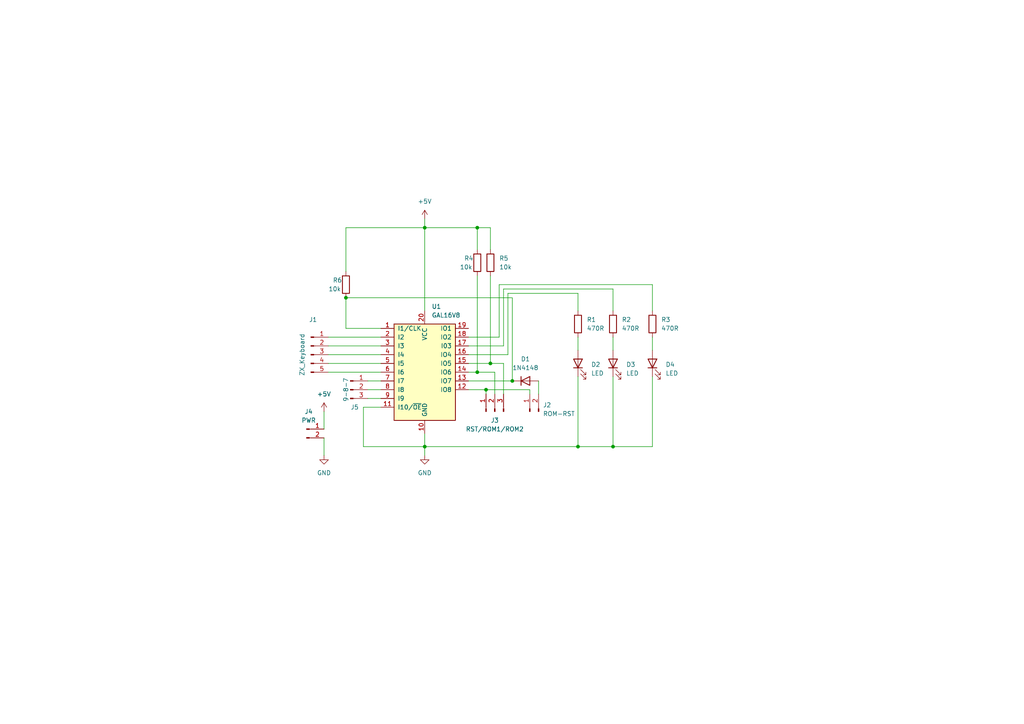
<source format=kicad_sch>
(kicad_sch (version 20211123) (generator eeschema)

  (uuid e63e39d7-6ac0-4ffd-8aa3-1841a4541b55)

  (paper "A4")

  (lib_symbols
    (symbol "Connector:Conn_01x02_Male" (pin_names (offset 1.016) hide) (in_bom yes) (on_board yes)
      (property "Reference" "J" (id 0) (at 0 2.54 0)
        (effects (font (size 1.27 1.27)))
      )
      (property "Value" "Conn_01x02_Male" (id 1) (at 0 -5.08 0)
        (effects (font (size 1.27 1.27)))
      )
      (property "Footprint" "" (id 2) (at 0 0 0)
        (effects (font (size 1.27 1.27)) hide)
      )
      (property "Datasheet" "~" (id 3) (at 0 0 0)
        (effects (font (size 1.27 1.27)) hide)
      )
      (property "ki_keywords" "connector" (id 4) (at 0 0 0)
        (effects (font (size 1.27 1.27)) hide)
      )
      (property "ki_description" "Generic connector, single row, 01x02, script generated (kicad-library-utils/schlib/autogen/connector/)" (id 5) (at 0 0 0)
        (effects (font (size 1.27 1.27)) hide)
      )
      (property "ki_fp_filters" "Connector*:*_1x??_*" (id 6) (at 0 0 0)
        (effects (font (size 1.27 1.27)) hide)
      )
      (symbol "Conn_01x02_Male_1_1"
        (polyline
          (pts
            (xy 1.27 -2.54)
            (xy 0.8636 -2.54)
          )
          (stroke (width 0.1524) (type default) (color 0 0 0 0))
          (fill (type none))
        )
        (polyline
          (pts
            (xy 1.27 0)
            (xy 0.8636 0)
          )
          (stroke (width 0.1524) (type default) (color 0 0 0 0))
          (fill (type none))
        )
        (rectangle (start 0.8636 -2.413) (end 0 -2.667)
          (stroke (width 0.1524) (type default) (color 0 0 0 0))
          (fill (type outline))
        )
        (rectangle (start 0.8636 0.127) (end 0 -0.127)
          (stroke (width 0.1524) (type default) (color 0 0 0 0))
          (fill (type outline))
        )
        (pin passive line (at 5.08 0 180) (length 3.81)
          (name "Pin_1" (effects (font (size 1.27 1.27))))
          (number "1" (effects (font (size 1.27 1.27))))
        )
        (pin passive line (at 5.08 -2.54 180) (length 3.81)
          (name "Pin_2" (effects (font (size 1.27 1.27))))
          (number "2" (effects (font (size 1.27 1.27))))
        )
      )
    )
    (symbol "Connector:Conn_01x03_Male" (pin_names (offset 1.016) hide) (in_bom yes) (on_board yes)
      (property "Reference" "J" (id 0) (at 0 5.08 0)
        (effects (font (size 1.27 1.27)))
      )
      (property "Value" "Conn_01x03_Male" (id 1) (at 0 -5.08 0)
        (effects (font (size 1.27 1.27)))
      )
      (property "Footprint" "" (id 2) (at 0 0 0)
        (effects (font (size 1.27 1.27)) hide)
      )
      (property "Datasheet" "~" (id 3) (at 0 0 0)
        (effects (font (size 1.27 1.27)) hide)
      )
      (property "ki_keywords" "connector" (id 4) (at 0 0 0)
        (effects (font (size 1.27 1.27)) hide)
      )
      (property "ki_description" "Generic connector, single row, 01x03, script generated (kicad-library-utils/schlib/autogen/connector/)" (id 5) (at 0 0 0)
        (effects (font (size 1.27 1.27)) hide)
      )
      (property "ki_fp_filters" "Connector*:*_1x??_*" (id 6) (at 0 0 0)
        (effects (font (size 1.27 1.27)) hide)
      )
      (symbol "Conn_01x03_Male_1_1"
        (polyline
          (pts
            (xy 1.27 -2.54)
            (xy 0.8636 -2.54)
          )
          (stroke (width 0.1524) (type default) (color 0 0 0 0))
          (fill (type none))
        )
        (polyline
          (pts
            (xy 1.27 0)
            (xy 0.8636 0)
          )
          (stroke (width 0.1524) (type default) (color 0 0 0 0))
          (fill (type none))
        )
        (polyline
          (pts
            (xy 1.27 2.54)
            (xy 0.8636 2.54)
          )
          (stroke (width 0.1524) (type default) (color 0 0 0 0))
          (fill (type none))
        )
        (rectangle (start 0.8636 -2.413) (end 0 -2.667)
          (stroke (width 0.1524) (type default) (color 0 0 0 0))
          (fill (type outline))
        )
        (rectangle (start 0.8636 0.127) (end 0 -0.127)
          (stroke (width 0.1524) (type default) (color 0 0 0 0))
          (fill (type outline))
        )
        (rectangle (start 0.8636 2.667) (end 0 2.413)
          (stroke (width 0.1524) (type default) (color 0 0 0 0))
          (fill (type outline))
        )
        (pin passive line (at 5.08 2.54 180) (length 3.81)
          (name "Pin_1" (effects (font (size 1.27 1.27))))
          (number "1" (effects (font (size 1.27 1.27))))
        )
        (pin passive line (at 5.08 0 180) (length 3.81)
          (name "Pin_2" (effects (font (size 1.27 1.27))))
          (number "2" (effects (font (size 1.27 1.27))))
        )
        (pin passive line (at 5.08 -2.54 180) (length 3.81)
          (name "Pin_3" (effects (font (size 1.27 1.27))))
          (number "3" (effects (font (size 1.27 1.27))))
        )
      )
    )
    (symbol "Connector:Conn_01x05_Male" (pin_names (offset 1.016) hide) (in_bom yes) (on_board yes)
      (property "Reference" "J" (id 0) (at 0 7.62 0)
        (effects (font (size 1.27 1.27)))
      )
      (property "Value" "Conn_01x05_Male" (id 1) (at 0 -7.62 0)
        (effects (font (size 1.27 1.27)))
      )
      (property "Footprint" "" (id 2) (at 0 0 0)
        (effects (font (size 1.27 1.27)) hide)
      )
      (property "Datasheet" "~" (id 3) (at 0 0 0)
        (effects (font (size 1.27 1.27)) hide)
      )
      (property "ki_keywords" "connector" (id 4) (at 0 0 0)
        (effects (font (size 1.27 1.27)) hide)
      )
      (property "ki_description" "Generic connector, single row, 01x05, script generated (kicad-library-utils/schlib/autogen/connector/)" (id 5) (at 0 0 0)
        (effects (font (size 1.27 1.27)) hide)
      )
      (property "ki_fp_filters" "Connector*:*_1x??_*" (id 6) (at 0 0 0)
        (effects (font (size 1.27 1.27)) hide)
      )
      (symbol "Conn_01x05_Male_1_1"
        (polyline
          (pts
            (xy 1.27 -5.08)
            (xy 0.8636 -5.08)
          )
          (stroke (width 0.1524) (type default) (color 0 0 0 0))
          (fill (type none))
        )
        (polyline
          (pts
            (xy 1.27 -2.54)
            (xy 0.8636 -2.54)
          )
          (stroke (width 0.1524) (type default) (color 0 0 0 0))
          (fill (type none))
        )
        (polyline
          (pts
            (xy 1.27 0)
            (xy 0.8636 0)
          )
          (stroke (width 0.1524) (type default) (color 0 0 0 0))
          (fill (type none))
        )
        (polyline
          (pts
            (xy 1.27 2.54)
            (xy 0.8636 2.54)
          )
          (stroke (width 0.1524) (type default) (color 0 0 0 0))
          (fill (type none))
        )
        (polyline
          (pts
            (xy 1.27 5.08)
            (xy 0.8636 5.08)
          )
          (stroke (width 0.1524) (type default) (color 0 0 0 0))
          (fill (type none))
        )
        (rectangle (start 0.8636 -4.953) (end 0 -5.207)
          (stroke (width 0.1524) (type default) (color 0 0 0 0))
          (fill (type outline))
        )
        (rectangle (start 0.8636 -2.413) (end 0 -2.667)
          (stroke (width 0.1524) (type default) (color 0 0 0 0))
          (fill (type outline))
        )
        (rectangle (start 0.8636 0.127) (end 0 -0.127)
          (stroke (width 0.1524) (type default) (color 0 0 0 0))
          (fill (type outline))
        )
        (rectangle (start 0.8636 2.667) (end 0 2.413)
          (stroke (width 0.1524) (type default) (color 0 0 0 0))
          (fill (type outline))
        )
        (rectangle (start 0.8636 5.207) (end 0 4.953)
          (stroke (width 0.1524) (type default) (color 0 0 0 0))
          (fill (type outline))
        )
        (pin passive line (at 5.08 5.08 180) (length 3.81)
          (name "Pin_1" (effects (font (size 1.27 1.27))))
          (number "1" (effects (font (size 1.27 1.27))))
        )
        (pin passive line (at 5.08 2.54 180) (length 3.81)
          (name "Pin_2" (effects (font (size 1.27 1.27))))
          (number "2" (effects (font (size 1.27 1.27))))
        )
        (pin passive line (at 5.08 0 180) (length 3.81)
          (name "Pin_3" (effects (font (size 1.27 1.27))))
          (number "3" (effects (font (size 1.27 1.27))))
        )
        (pin passive line (at 5.08 -2.54 180) (length 3.81)
          (name "Pin_4" (effects (font (size 1.27 1.27))))
          (number "4" (effects (font (size 1.27 1.27))))
        )
        (pin passive line (at 5.08 -5.08 180) (length 3.81)
          (name "Pin_5" (effects (font (size 1.27 1.27))))
          (number "5" (effects (font (size 1.27 1.27))))
        )
      )
    )
    (symbol "Device:LED" (pin_numbers hide) (pin_names (offset 1.016) hide) (in_bom yes) (on_board yes)
      (property "Reference" "D" (id 0) (at 0 2.54 0)
        (effects (font (size 1.27 1.27)))
      )
      (property "Value" "LED" (id 1) (at 0 -2.54 0)
        (effects (font (size 1.27 1.27)))
      )
      (property "Footprint" "" (id 2) (at 0 0 0)
        (effects (font (size 1.27 1.27)) hide)
      )
      (property "Datasheet" "~" (id 3) (at 0 0 0)
        (effects (font (size 1.27 1.27)) hide)
      )
      (property "ki_keywords" "LED diode" (id 4) (at 0 0 0)
        (effects (font (size 1.27 1.27)) hide)
      )
      (property "ki_description" "Light emitting diode" (id 5) (at 0 0 0)
        (effects (font (size 1.27 1.27)) hide)
      )
      (property "ki_fp_filters" "LED* LED_SMD:* LED_THT:*" (id 6) (at 0 0 0)
        (effects (font (size 1.27 1.27)) hide)
      )
      (symbol "LED_0_1"
        (polyline
          (pts
            (xy -1.27 -1.27)
            (xy -1.27 1.27)
          )
          (stroke (width 0.254) (type default) (color 0 0 0 0))
          (fill (type none))
        )
        (polyline
          (pts
            (xy -1.27 0)
            (xy 1.27 0)
          )
          (stroke (width 0) (type default) (color 0 0 0 0))
          (fill (type none))
        )
        (polyline
          (pts
            (xy 1.27 -1.27)
            (xy 1.27 1.27)
            (xy -1.27 0)
            (xy 1.27 -1.27)
          )
          (stroke (width 0.254) (type default) (color 0 0 0 0))
          (fill (type none))
        )
        (polyline
          (pts
            (xy -3.048 -0.762)
            (xy -4.572 -2.286)
            (xy -3.81 -2.286)
            (xy -4.572 -2.286)
            (xy -4.572 -1.524)
          )
          (stroke (width 0) (type default) (color 0 0 0 0))
          (fill (type none))
        )
        (polyline
          (pts
            (xy -1.778 -0.762)
            (xy -3.302 -2.286)
            (xy -2.54 -2.286)
            (xy -3.302 -2.286)
            (xy -3.302 -1.524)
          )
          (stroke (width 0) (type default) (color 0 0 0 0))
          (fill (type none))
        )
      )
      (symbol "LED_1_1"
        (pin passive line (at -3.81 0 0) (length 2.54)
          (name "K" (effects (font (size 1.27 1.27))))
          (number "1" (effects (font (size 1.27 1.27))))
        )
        (pin passive line (at 3.81 0 180) (length 2.54)
          (name "A" (effects (font (size 1.27 1.27))))
          (number "2" (effects (font (size 1.27 1.27))))
        )
      )
    )
    (symbol "Device:R" (pin_numbers hide) (pin_names (offset 0)) (in_bom yes) (on_board yes)
      (property "Reference" "R" (id 0) (at 2.032 0 90)
        (effects (font (size 1.27 1.27)))
      )
      (property "Value" "R" (id 1) (at 0 0 90)
        (effects (font (size 1.27 1.27)))
      )
      (property "Footprint" "" (id 2) (at -1.778 0 90)
        (effects (font (size 1.27 1.27)) hide)
      )
      (property "Datasheet" "~" (id 3) (at 0 0 0)
        (effects (font (size 1.27 1.27)) hide)
      )
      (property "ki_keywords" "R res resistor" (id 4) (at 0 0 0)
        (effects (font (size 1.27 1.27)) hide)
      )
      (property "ki_description" "Resistor" (id 5) (at 0 0 0)
        (effects (font (size 1.27 1.27)) hide)
      )
      (property "ki_fp_filters" "R_*" (id 6) (at 0 0 0)
        (effects (font (size 1.27 1.27)) hide)
      )
      (symbol "R_0_1"
        (rectangle (start -1.016 -2.54) (end 1.016 2.54)
          (stroke (width 0.254) (type default) (color 0 0 0 0))
          (fill (type none))
        )
      )
      (symbol "R_1_1"
        (pin passive line (at 0 3.81 270) (length 1.27)
          (name "~" (effects (font (size 1.27 1.27))))
          (number "1" (effects (font (size 1.27 1.27))))
        )
        (pin passive line (at 0 -3.81 90) (length 1.27)
          (name "~" (effects (font (size 1.27 1.27))))
          (number "2" (effects (font (size 1.27 1.27))))
        )
      )
    )
    (symbol "Diode:1N4148" (pin_numbers hide) (pin_names (offset 1.016) hide) (in_bom yes) (on_board yes)
      (property "Reference" "D" (id 0) (at 0 2.54 0)
        (effects (font (size 1.27 1.27)))
      )
      (property "Value" "1N4148" (id 1) (at 0 -2.54 0)
        (effects (font (size 1.27 1.27)))
      )
      (property "Footprint" "Diode_THT:D_DO-35_SOD27_P7.62mm_Horizontal" (id 2) (at 0 -4.445 0)
        (effects (font (size 1.27 1.27)) hide)
      )
      (property "Datasheet" "https://assets.nexperia.com/documents/data-sheet/1N4148_1N4448.pdf" (id 3) (at 0 0 0)
        (effects (font (size 1.27 1.27)) hide)
      )
      (property "ki_keywords" "diode" (id 4) (at 0 0 0)
        (effects (font (size 1.27 1.27)) hide)
      )
      (property "ki_description" "100V 0.15A standard switching diode, DO-35" (id 5) (at 0 0 0)
        (effects (font (size 1.27 1.27)) hide)
      )
      (property "ki_fp_filters" "D*DO?35*" (id 6) (at 0 0 0)
        (effects (font (size 1.27 1.27)) hide)
      )
      (symbol "1N4148_0_1"
        (polyline
          (pts
            (xy -1.27 1.27)
            (xy -1.27 -1.27)
          )
          (stroke (width 0.254) (type default) (color 0 0 0 0))
          (fill (type none))
        )
        (polyline
          (pts
            (xy 1.27 0)
            (xy -1.27 0)
          )
          (stroke (width 0) (type default) (color 0 0 0 0))
          (fill (type none))
        )
        (polyline
          (pts
            (xy 1.27 1.27)
            (xy 1.27 -1.27)
            (xy -1.27 0)
            (xy 1.27 1.27)
          )
          (stroke (width 0.254) (type default) (color 0 0 0 0))
          (fill (type none))
        )
      )
      (symbol "1N4148_1_1"
        (pin passive line (at -3.81 0 0) (length 2.54)
          (name "K" (effects (font (size 1.27 1.27))))
          (number "1" (effects (font (size 1.27 1.27))))
        )
        (pin passive line (at 3.81 0 180) (length 2.54)
          (name "A" (effects (font (size 1.27 1.27))))
          (number "2" (effects (font (size 1.27 1.27))))
        )
      )
    )
    (symbol "Logic_Programmable:GAL16V8" (pin_names (offset 1.016)) (in_bom yes) (on_board yes)
      (property "Reference" "U" (id 0) (at -8.89 16.51 0)
        (effects (font (size 1.27 1.27)) (justify left))
      )
      (property "Value" "GAL16V8" (id 1) (at 1.27 16.51 0)
        (effects (font (size 1.27 1.27)) (justify left))
      )
      (property "Footprint" "" (id 2) (at 0 0 0)
        (effects (font (size 1.27 1.27)) hide)
      )
      (property "Datasheet" "" (id 3) (at 0 0 0)
        (effects (font (size 1.27 1.27)) hide)
      )
      (property "ki_keywords" "GAL PLD 16V8" (id 4) (at 0 0 0)
        (effects (font (size 1.27 1.27)) hide)
      )
      (property "ki_description" "Programmable Logic Array, DIP-20/SOIC-20/PLCC-20" (id 5) (at 0 0 0)
        (effects (font (size 1.27 1.27)) hide)
      )
      (property "ki_fp_filters" "DIP* PDIP* SOIC* SO* PLCC*" (id 6) (at 0 0 0)
        (effects (font (size 1.27 1.27)) hide)
      )
      (symbol "GAL16V8_0_0"
        (pin power_in line (at 0 -17.78 90) (length 3.81)
          (name "GND" (effects (font (size 1.27 1.27))))
          (number "10" (effects (font (size 1.27 1.27))))
        )
        (pin power_in line (at 0 17.78 270) (length 3.81)
          (name "VCC" (effects (font (size 1.27 1.27))))
          (number "20" (effects (font (size 1.27 1.27))))
        )
      )
      (symbol "GAL16V8_0_1"
        (rectangle (start -8.89 13.97) (end 8.89 -13.97)
          (stroke (width 0.254) (type default) (color 0 0 0 0))
          (fill (type background))
        )
      )
      (symbol "GAL16V8_1_1"
        (pin input line (at -12.7 12.7 0) (length 3.81)
          (name "I1/CLK" (effects (font (size 1.27 1.27))))
          (number "1" (effects (font (size 1.27 1.27))))
        )
        (pin input line (at -12.7 -10.16 0) (length 3.81)
          (name "I10/~{OE}" (effects (font (size 1.27 1.27))))
          (number "11" (effects (font (size 1.27 1.27))))
        )
        (pin tri_state line (at 12.7 -5.08 180) (length 3.81)
          (name "IO8" (effects (font (size 1.27 1.27))))
          (number "12" (effects (font (size 1.27 1.27))))
        )
        (pin tri_state line (at 12.7 -2.54 180) (length 3.81)
          (name "IO7" (effects (font (size 1.27 1.27))))
          (number "13" (effects (font (size 1.27 1.27))))
        )
        (pin tri_state line (at 12.7 0 180) (length 3.81)
          (name "IO6" (effects (font (size 1.27 1.27))))
          (number "14" (effects (font (size 1.27 1.27))))
        )
        (pin tri_state line (at 12.7 2.54 180) (length 3.81)
          (name "IO5" (effects (font (size 1.27 1.27))))
          (number "15" (effects (font (size 1.27 1.27))))
        )
        (pin tri_state line (at 12.7 5.08 180) (length 3.81)
          (name "IO4" (effects (font (size 1.27 1.27))))
          (number "16" (effects (font (size 1.27 1.27))))
        )
        (pin tri_state line (at 12.7 7.62 180) (length 3.81)
          (name "I03" (effects (font (size 1.27 1.27))))
          (number "17" (effects (font (size 1.27 1.27))))
        )
        (pin tri_state line (at 12.7 10.16 180) (length 3.81)
          (name "IO2" (effects (font (size 1.27 1.27))))
          (number "18" (effects (font (size 1.27 1.27))))
        )
        (pin tri_state line (at 12.7 12.7 180) (length 3.81)
          (name "IO1" (effects (font (size 1.27 1.27))))
          (number "19" (effects (font (size 1.27 1.27))))
        )
        (pin input line (at -12.7 10.16 0) (length 3.81)
          (name "I2" (effects (font (size 1.27 1.27))))
          (number "2" (effects (font (size 1.27 1.27))))
        )
        (pin input line (at -12.7 7.62 0) (length 3.81)
          (name "I3" (effects (font (size 1.27 1.27))))
          (number "3" (effects (font (size 1.27 1.27))))
        )
        (pin input line (at -12.7 5.08 0) (length 3.81)
          (name "I4" (effects (font (size 1.27 1.27))))
          (number "4" (effects (font (size 1.27 1.27))))
        )
        (pin input line (at -12.7 2.54 0) (length 3.81)
          (name "I5" (effects (font (size 1.27 1.27))))
          (number "5" (effects (font (size 1.27 1.27))))
        )
        (pin input line (at -12.7 0 0) (length 3.81)
          (name "I6" (effects (font (size 1.27 1.27))))
          (number "6" (effects (font (size 1.27 1.27))))
        )
        (pin input line (at -12.7 -2.54 0) (length 3.81)
          (name "I7" (effects (font (size 1.27 1.27))))
          (number "7" (effects (font (size 1.27 1.27))))
        )
        (pin input line (at -12.7 -5.08 0) (length 3.81)
          (name "I8" (effects (font (size 1.27 1.27))))
          (number "8" (effects (font (size 1.27 1.27))))
        )
        (pin input line (at -12.7 -7.62 0) (length 3.81)
          (name "I9" (effects (font (size 1.27 1.27))))
          (number "9" (effects (font (size 1.27 1.27))))
        )
      )
    )
    (symbol "power:+5V" (power) (pin_names (offset 0)) (in_bom yes) (on_board yes)
      (property "Reference" "#PWR" (id 0) (at 0 -3.81 0)
        (effects (font (size 1.27 1.27)) hide)
      )
      (property "Value" "+5V" (id 1) (at 0 3.556 0)
        (effects (font (size 1.27 1.27)))
      )
      (property "Footprint" "" (id 2) (at 0 0 0)
        (effects (font (size 1.27 1.27)) hide)
      )
      (property "Datasheet" "" (id 3) (at 0 0 0)
        (effects (font (size 1.27 1.27)) hide)
      )
      (property "ki_keywords" "power-flag" (id 4) (at 0 0 0)
        (effects (font (size 1.27 1.27)) hide)
      )
      (property "ki_description" "Power symbol creates a global label with name \"+5V\"" (id 5) (at 0 0 0)
        (effects (font (size 1.27 1.27)) hide)
      )
      (symbol "+5V_0_1"
        (polyline
          (pts
            (xy -0.762 1.27)
            (xy 0 2.54)
          )
          (stroke (width 0) (type default) (color 0 0 0 0))
          (fill (type none))
        )
        (polyline
          (pts
            (xy 0 0)
            (xy 0 2.54)
          )
          (stroke (width 0) (type default) (color 0 0 0 0))
          (fill (type none))
        )
        (polyline
          (pts
            (xy 0 2.54)
            (xy 0.762 1.27)
          )
          (stroke (width 0) (type default) (color 0 0 0 0))
          (fill (type none))
        )
      )
      (symbol "+5V_1_1"
        (pin power_in line (at 0 0 90) (length 0) hide
          (name "+5V" (effects (font (size 1.27 1.27))))
          (number "1" (effects (font (size 1.27 1.27))))
        )
      )
    )
    (symbol "power:GND" (power) (pin_names (offset 0)) (in_bom yes) (on_board yes)
      (property "Reference" "#PWR" (id 0) (at 0 -6.35 0)
        (effects (font (size 1.27 1.27)) hide)
      )
      (property "Value" "GND" (id 1) (at 0 -3.81 0)
        (effects (font (size 1.27 1.27)))
      )
      (property "Footprint" "" (id 2) (at 0 0 0)
        (effects (font (size 1.27 1.27)) hide)
      )
      (property "Datasheet" "" (id 3) (at 0 0 0)
        (effects (font (size 1.27 1.27)) hide)
      )
      (property "ki_keywords" "power-flag" (id 4) (at 0 0 0)
        (effects (font (size 1.27 1.27)) hide)
      )
      (property "ki_description" "Power symbol creates a global label with name \"GND\" , ground" (id 5) (at 0 0 0)
        (effects (font (size 1.27 1.27)) hide)
      )
      (symbol "GND_0_1"
        (polyline
          (pts
            (xy 0 0)
            (xy 0 -1.27)
            (xy 1.27 -1.27)
            (xy 0 -2.54)
            (xy -1.27 -1.27)
            (xy 0 -1.27)
          )
          (stroke (width 0) (type default) (color 0 0 0 0))
          (fill (type none))
        )
      )
      (symbol "GND_1_1"
        (pin power_in line (at 0 0 270) (length 0) hide
          (name "GND" (effects (font (size 1.27 1.27))))
          (number "1" (effects (font (size 1.27 1.27))))
        )
      )
    )
  )

  (junction (at 177.8 129.54) (diameter 0) (color 0 0 0 0)
    (uuid 00773a9a-9a81-4842-b951-97cbf18034c9)
  )
  (junction (at 123.19 129.54) (diameter 0) (color 0 0 0 0)
    (uuid 025a714a-790c-4d72-9c79-d36922653cd3)
  )
  (junction (at 138.43 107.95) (diameter 0) (color 0 0 0 0)
    (uuid 27c46300-6610-4240-b8f5-35a00c03dfc8)
  )
  (junction (at 142.24 105.41) (diameter 0) (color 0 0 0 0)
    (uuid 36988320-8868-4a6e-a2dd-fc9035bdb81d)
  )
  (junction (at 140.97 113.03) (diameter 0) (color 0 0 0 0)
    (uuid 4cff5ac5-cbf0-48c5-997a-f46c9368d93f)
  )
  (junction (at 138.43 66.04) (diameter 0) (color 0 0 0 0)
    (uuid 678c45db-2cf4-4c7f-8d0f-a3a2455c7df2)
  )
  (junction (at 167.64 129.54) (diameter 0) (color 0 0 0 0)
    (uuid 97960853-8e6b-4aeb-8d62-9dc2e6507c16)
  )
  (junction (at 148.59 110.49) (diameter 0) (color 0 0 0 0)
    (uuid 9b808723-ac07-4bbd-afae-29dd0baa37a7)
  )
  (junction (at 100.33 86.36) (diameter 0) (color 0 0 0 0)
    (uuid e41140fe-d67c-4f6a-858f-8ea11a919763)
  )
  (junction (at 123.19 66.04) (diameter 0) (color 0 0 0 0)
    (uuid e58f19bd-e81d-4319-afb2-d12804c7cfe4)
  )

  (wire (pts (xy 123.19 63.5) (xy 123.19 66.04))
    (stroke (width 0) (type default) (color 0 0 0 0))
    (uuid 03e8e784-6c2b-43b5-8424-01c185dfa0cf)
  )
  (wire (pts (xy 146.05 105.41) (xy 142.24 105.41))
    (stroke (width 0) (type default) (color 0 0 0 0))
    (uuid 05612c58-5b8b-485f-88e4-c7ea1f81c5c0)
  )
  (wire (pts (xy 100.33 66.04) (xy 123.19 66.04))
    (stroke (width 0) (type default) (color 0 0 0 0))
    (uuid 056a4a01-174c-40f5-a84d-98d3a8ec2909)
  )
  (wire (pts (xy 177.8 129.54) (xy 167.64 129.54))
    (stroke (width 0) (type default) (color 0 0 0 0))
    (uuid 0fce34d3-c3f8-44e1-8b3d-a56a48051210)
  )
  (wire (pts (xy 142.24 80.01) (xy 142.24 105.41))
    (stroke (width 0) (type default) (color 0 0 0 0))
    (uuid 14ebcb62-538c-4ac8-9560-a4d05477b81b)
  )
  (wire (pts (xy 177.8 109.22) (xy 177.8 129.54))
    (stroke (width 0) (type default) (color 0 0 0 0))
    (uuid 1938bd79-cf51-4dfe-a88c-9e82059bc71f)
  )
  (wire (pts (xy 105.41 129.54) (xy 123.19 129.54))
    (stroke (width 0) (type default) (color 0 0 0 0))
    (uuid 2043b267-db8a-4b79-b1f7-3bae19480de4)
  )
  (wire (pts (xy 148.59 86.36) (xy 100.33 86.36))
    (stroke (width 0) (type default) (color 0 0 0 0))
    (uuid 257048c0-1e2f-4778-a6f8-d1bab16da7e3)
  )
  (wire (pts (xy 147.32 85.09) (xy 167.64 85.09))
    (stroke (width 0) (type default) (color 0 0 0 0))
    (uuid 2a3bb3fd-17f6-43cd-bddb-fd49c8d39b7f)
  )
  (wire (pts (xy 144.78 97.79) (xy 144.78 82.55))
    (stroke (width 0) (type default) (color 0 0 0 0))
    (uuid 2b43ab80-f1f6-4142-95ce-9ba6dd8ef112)
  )
  (wire (pts (xy 135.89 113.03) (xy 140.97 113.03))
    (stroke (width 0) (type default) (color 0 0 0 0))
    (uuid 2dced69f-e9e4-44ce-b925-0a4102b546fa)
  )
  (wire (pts (xy 167.64 129.54) (xy 123.19 129.54))
    (stroke (width 0) (type default) (color 0 0 0 0))
    (uuid 2f798175-8989-4dda-896f-fe798f05a446)
  )
  (wire (pts (xy 138.43 66.04) (xy 123.19 66.04))
    (stroke (width 0) (type default) (color 0 0 0 0))
    (uuid 33145509-908f-47f5-b099-cddda6abe57a)
  )
  (wire (pts (xy 100.33 78.74) (xy 100.33 66.04))
    (stroke (width 0) (type default) (color 0 0 0 0))
    (uuid 386b91c8-18da-47c2-8229-b8cda71051a6)
  )
  (wire (pts (xy 123.19 66.04) (xy 123.19 90.17))
    (stroke (width 0) (type default) (color 0 0 0 0))
    (uuid 3a6d0be2-b566-4898-87bc-a70d59ec42ae)
  )
  (wire (pts (xy 138.43 107.95) (xy 135.89 107.95))
    (stroke (width 0) (type default) (color 0 0 0 0))
    (uuid 418ccc73-00b6-4acf-88e5-3aa672fd4221)
  )
  (wire (pts (xy 93.98 119.38) (xy 93.98 124.46))
    (stroke (width 0) (type default) (color 0 0 0 0))
    (uuid 4707d8f5-3f04-4eb6-a3e6-8aed8b51bc80)
  )
  (wire (pts (xy 123.19 129.54) (xy 123.19 132.08))
    (stroke (width 0) (type default) (color 0 0 0 0))
    (uuid 4e5af460-8e00-4d79-a4be-f9bc398acbba)
  )
  (wire (pts (xy 95.25 102.87) (xy 110.49 102.87))
    (stroke (width 0) (type default) (color 0 0 0 0))
    (uuid 549a3e10-7354-4b03-8fe6-219e957664b6)
  )
  (wire (pts (xy 135.89 110.49) (xy 148.59 110.49))
    (stroke (width 0) (type default) (color 0 0 0 0))
    (uuid 5aa11580-6249-40fe-8524-d480b0fa7d11)
  )
  (wire (pts (xy 95.25 105.41) (xy 110.49 105.41))
    (stroke (width 0) (type default) (color 0 0 0 0))
    (uuid 5e7a6cf2-e627-4713-ab9d-ac78b86bb95a)
  )
  (wire (pts (xy 135.89 97.79) (xy 144.78 97.79))
    (stroke (width 0) (type default) (color 0 0 0 0))
    (uuid 699112f1-3dff-4a3a-94ad-c15a61dd564a)
  )
  (wire (pts (xy 143.51 114.3) (xy 143.51 107.95))
    (stroke (width 0) (type default) (color 0 0 0 0))
    (uuid 6a3ddb41-5f61-4165-8b82-c11c5c58c631)
  )
  (wire (pts (xy 105.41 118.11) (xy 105.41 129.54))
    (stroke (width 0) (type default) (color 0 0 0 0))
    (uuid 6b505da7-0050-41a5-9401-9da96a9e9675)
  )
  (wire (pts (xy 95.25 100.33) (xy 110.49 100.33))
    (stroke (width 0) (type default) (color 0 0 0 0))
    (uuid 6db38a71-2a36-4c8d-a524-7a1693a736f3)
  )
  (wire (pts (xy 95.25 107.95) (xy 110.49 107.95))
    (stroke (width 0) (type default) (color 0 0 0 0))
    (uuid 6f27c0c5-c6b5-4507-826e-2ed20695238f)
  )
  (wire (pts (xy 142.24 105.41) (xy 135.89 105.41))
    (stroke (width 0) (type default) (color 0 0 0 0))
    (uuid 71a3dcfc-a199-49e9-9048-9a755e3432d9)
  )
  (wire (pts (xy 167.64 97.79) (xy 167.64 101.6))
    (stroke (width 0) (type default) (color 0 0 0 0))
    (uuid 732ddec4-0f30-4ff7-9f2f-d57af76d0d17)
  )
  (wire (pts (xy 153.67 114.3) (xy 153.67 113.03))
    (stroke (width 0) (type default) (color 0 0 0 0))
    (uuid 75b6fc25-9d7a-40c1-a0c6-88c0daca7fee)
  )
  (wire (pts (xy 148.59 110.49) (xy 148.59 86.36))
    (stroke (width 0) (type default) (color 0 0 0 0))
    (uuid 7620796a-b20f-4a45-a326-61d052e1152d)
  )
  (wire (pts (xy 189.23 109.22) (xy 189.23 129.54))
    (stroke (width 0) (type default) (color 0 0 0 0))
    (uuid 7787030c-1f3e-482b-94d0-35e959f33ad4)
  )
  (wire (pts (xy 167.64 85.09) (xy 167.64 90.17))
    (stroke (width 0) (type default) (color 0 0 0 0))
    (uuid 798d1dab-0ffb-4c60-a425-38e8ccfaadc3)
  )
  (wire (pts (xy 156.21 110.49) (xy 156.21 114.3))
    (stroke (width 0) (type default) (color 0 0 0 0))
    (uuid 7e514305-fa47-4dd5-911b-1e316c3bea8a)
  )
  (wire (pts (xy 123.19 125.73) (xy 123.19 129.54))
    (stroke (width 0) (type default) (color 0 0 0 0))
    (uuid 8154d6f4-91c8-4898-8aad-97237a561ab2)
  )
  (wire (pts (xy 167.64 109.22) (xy 167.64 129.54))
    (stroke (width 0) (type default) (color 0 0 0 0))
    (uuid 857b2237-6c1f-4654-9c27-1b1f183705c1)
  )
  (wire (pts (xy 146.05 114.3) (xy 146.05 105.41))
    (stroke (width 0) (type default) (color 0 0 0 0))
    (uuid 8da3288b-bd8d-4969-b4b5-79612a106bd2)
  )
  (wire (pts (xy 135.89 100.33) (xy 146.05 100.33))
    (stroke (width 0) (type default) (color 0 0 0 0))
    (uuid 925c7cc4-d43d-49af-ba51-be447da8f384)
  )
  (wire (pts (xy 146.05 100.33) (xy 146.05 83.82))
    (stroke (width 0) (type default) (color 0 0 0 0))
    (uuid 93dcea96-c0cc-443b-857f-00a863f9484e)
  )
  (wire (pts (xy 189.23 82.55) (xy 189.23 90.17))
    (stroke (width 0) (type default) (color 0 0 0 0))
    (uuid 9aaf6ba8-e862-46a7-837a-6f98d9ca1565)
  )
  (wire (pts (xy 147.32 102.87) (xy 147.32 85.09))
    (stroke (width 0) (type default) (color 0 0 0 0))
    (uuid 9ef543bd-4dea-46ab-baff-91a411d4d8a5)
  )
  (wire (pts (xy 138.43 66.04) (xy 138.43 72.39))
    (stroke (width 0) (type default) (color 0 0 0 0))
    (uuid a489a8ff-90bd-4f00-a5d3-6f3b6a11e848)
  )
  (wire (pts (xy 146.05 83.82) (xy 177.8 83.82))
    (stroke (width 0) (type default) (color 0 0 0 0))
    (uuid a50333cc-6187-435a-af22-49c215b5d8bc)
  )
  (wire (pts (xy 100.33 86.36) (xy 100.33 95.25))
    (stroke (width 0) (type default) (color 0 0 0 0))
    (uuid a7df7efa-4651-4758-991b-58696008b711)
  )
  (wire (pts (xy 106.68 113.03) (xy 110.49 113.03))
    (stroke (width 0) (type default) (color 0 0 0 0))
    (uuid aeac382e-a23f-4958-9ad3-23755bb347a4)
  )
  (wire (pts (xy 189.23 129.54) (xy 177.8 129.54))
    (stroke (width 0) (type default) (color 0 0 0 0))
    (uuid b5acfe42-7ec2-4b59-8af6-0a75a8353d47)
  )
  (wire (pts (xy 138.43 80.01) (xy 138.43 107.95))
    (stroke (width 0) (type default) (color 0 0 0 0))
    (uuid b7b01f32-4c82-43e9-808f-edb9fa800f12)
  )
  (wire (pts (xy 153.67 113.03) (xy 140.97 113.03))
    (stroke (width 0) (type default) (color 0 0 0 0))
    (uuid bc3ca981-f833-494e-a5e1-7ee051789021)
  )
  (wire (pts (xy 189.23 97.79) (xy 189.23 101.6))
    (stroke (width 0) (type default) (color 0 0 0 0))
    (uuid bcc37387-bdc4-4289-9c13-1313e53b90e8)
  )
  (wire (pts (xy 142.24 66.04) (xy 138.43 66.04))
    (stroke (width 0) (type default) (color 0 0 0 0))
    (uuid c8168779-5afc-410c-a854-73948c0754c1)
  )
  (wire (pts (xy 140.97 113.03) (xy 140.97 114.3))
    (stroke (width 0) (type default) (color 0 0 0 0))
    (uuid d11b60dd-0b41-49dc-9415-ebcb706da5fc)
  )
  (wire (pts (xy 100.33 95.25) (xy 110.49 95.25))
    (stroke (width 0) (type default) (color 0 0 0 0))
    (uuid d1be7cf6-d5f8-487e-be0d-1fe80cc5801b)
  )
  (wire (pts (xy 143.51 107.95) (xy 138.43 107.95))
    (stroke (width 0) (type default) (color 0 0 0 0))
    (uuid d379e2ed-b8bb-44a7-8301-34ff6d9818f5)
  )
  (wire (pts (xy 144.78 82.55) (xy 189.23 82.55))
    (stroke (width 0) (type default) (color 0 0 0 0))
    (uuid d8bc4033-1495-4e1a-9148-f4f19d35ccf3)
  )
  (wire (pts (xy 177.8 83.82) (xy 177.8 90.17))
    (stroke (width 0) (type default) (color 0 0 0 0))
    (uuid d9637f15-31c4-4574-bf37-5d65bdb59586)
  )
  (wire (pts (xy 177.8 97.79) (xy 177.8 101.6))
    (stroke (width 0) (type default) (color 0 0 0 0))
    (uuid da41f1bf-3a97-4106-ba00-f30350efb388)
  )
  (wire (pts (xy 142.24 72.39) (xy 142.24 66.04))
    (stroke (width 0) (type default) (color 0 0 0 0))
    (uuid e5ca2f5f-8502-415e-860a-b457d1e241c0)
  )
  (wire (pts (xy 93.98 127) (xy 93.98 132.08))
    (stroke (width 0) (type default) (color 0 0 0 0))
    (uuid e98841bc-a59e-4702-bb09-5908854e58f4)
  )
  (wire (pts (xy 106.68 115.57) (xy 110.49 115.57))
    (stroke (width 0) (type default) (color 0 0 0 0))
    (uuid eab5e129-1aa9-46ac-bb69-a0d4502c9bbb)
  )
  (wire (pts (xy 135.89 102.87) (xy 147.32 102.87))
    (stroke (width 0) (type default) (color 0 0 0 0))
    (uuid f01f4c75-f068-4620-a9d4-b81a4efc9346)
  )
  (wire (pts (xy 110.49 118.11) (xy 105.41 118.11))
    (stroke (width 0) (type default) (color 0 0 0 0))
    (uuid f258442c-a2d6-44b9-97cf-5cf293bd2ced)
  )
  (wire (pts (xy 106.68 110.49) (xy 110.49 110.49))
    (stroke (width 0) (type default) (color 0 0 0 0))
    (uuid f385db93-612f-41ba-900b-d10a919906e3)
  )
  (wire (pts (xy 95.25 97.79) (xy 110.49 97.79))
    (stroke (width 0) (type default) (color 0 0 0 0))
    (uuid f911f28d-b10a-461e-aab5-92f3aef3f0e6)
  )

  (symbol (lib_id "Device:LED") (at 177.8 105.41 90) (unit 1)
    (in_bom yes) (on_board yes) (fields_autoplaced)
    (uuid 06a42422-c9ea-4ab2-acf7-ad6269a0448d)
    (property "Reference" "D3" (id 0) (at 181.61 105.7274 90)
      (effects (font (size 1.27 1.27)) (justify right))
    )
    (property "Value" "LED" (id 1) (at 181.61 108.2674 90)
      (effects (font (size 1.27 1.27)) (justify right))
    )
    (property "Footprint" "LED_THT:LED_D1.8mm_W3.3mm_H2.4mm" (id 2) (at 177.8 105.41 0)
      (effects (font (size 1.27 1.27)) hide)
    )
    (property "Datasheet" "~" (id 3) (at 177.8 105.41 0)
      (effects (font (size 1.27 1.27)) hide)
    )
    (pin "1" (uuid e6300d4d-0621-4f68-a8b9-f4be4b2b2e41))
    (pin "2" (uuid 91a91a20-0e67-4be2-86ba-beb7044e6dd2))
  )

  (symbol (lib_id "Connector:Conn_01x03_Male") (at 101.6 113.03 0) (unit 1)
    (in_bom yes) (on_board yes)
    (uuid 1122f5c3-de68-4020-9269-9b5bd8cc1426)
    (property "Reference" "J5" (id 0) (at 102.87 118.11 0))
    (property "Value" "9-8-7" (id 1) (at 100.33 113.03 90))
    (property "Footprint" "Connector_PinSocket_2.54mm:PinSocket_1x03_P2.54mm_Vertical" (id 2) (at 101.6 113.03 0)
      (effects (font (size 1.27 1.27)) hide)
    )
    (property "Datasheet" "~" (id 3) (at 101.6 113.03 0)
      (effects (font (size 1.27 1.27)) hide)
    )
    (pin "1" (uuid 5d1338ec-ebb2-451b-a5e5-b59d45f4ab25))
    (pin "2" (uuid 74140aea-0dfa-4917-b4bd-cdb9846d6541))
    (pin "3" (uuid d7475eb4-a8be-4659-a1fa-85abf29c9582))
  )

  (symbol (lib_id "Device:R") (at 167.64 93.98 0) (unit 1)
    (in_bom yes) (on_board yes) (fields_autoplaced)
    (uuid 22805bc2-1c97-47df-b922-d4d81e255705)
    (property "Reference" "R1" (id 0) (at 170.18 92.7099 0)
      (effects (font (size 1.27 1.27)) (justify left))
    )
    (property "Value" "470R" (id 1) (at 170.18 95.2499 0)
      (effects (font (size 1.27 1.27)) (justify left))
    )
    (property "Footprint" "Resistor_THT:R_Axial_DIN0204_L3.6mm_D1.6mm_P5.08mm_Horizontal" (id 2) (at 165.862 93.98 90)
      (effects (font (size 1.27 1.27)) hide)
    )
    (property "Datasheet" "~" (id 3) (at 167.64 93.98 0)
      (effects (font (size 1.27 1.27)) hide)
    )
    (pin "1" (uuid 4a741c40-9f3d-4b07-b532-f82c67991319))
    (pin "2" (uuid 0c97f3ed-a303-4931-a055-7d94d1861af0))
  )

  (symbol (lib_id "Connector:Conn_01x02_Male") (at 88.9 124.46 0) (unit 1)
    (in_bom yes) (on_board yes) (fields_autoplaced)
    (uuid 2b1e367c-434c-4727-8f77-fd7888722bcc)
    (property "Reference" "J4" (id 0) (at 89.535 119.38 0))
    (property "Value" "PWR" (id 1) (at 89.535 121.92 0))
    (property "Footprint" "Connector_PinSocket_2.54mm:PinSocket_1x02_P2.54mm_Vertical" (id 2) (at 88.9 124.46 0)
      (effects (font (size 1.27 1.27)) hide)
    )
    (property "Datasheet" "~" (id 3) (at 88.9 124.46 0)
      (effects (font (size 1.27 1.27)) hide)
    )
    (pin "1" (uuid 4a314538-323a-476e-919f-0e900b663d50))
    (pin "2" (uuid 37acb77a-4142-4275-bc77-22ae33700deb))
  )

  (symbol (lib_id "Device:R") (at 142.24 76.2 0) (unit 1)
    (in_bom yes) (on_board yes) (fields_autoplaced)
    (uuid 4134499f-5c89-4f3f-9752-bd8786ca9688)
    (property "Reference" "R5" (id 0) (at 144.78 74.9299 0)
      (effects (font (size 1.27 1.27)) (justify left))
    )
    (property "Value" "10k" (id 1) (at 144.78 77.4699 0)
      (effects (font (size 1.27 1.27)) (justify left))
    )
    (property "Footprint" "Resistor_THT:R_Axial_DIN0204_L3.6mm_D1.6mm_P5.08mm_Horizontal" (id 2) (at 140.462 76.2 90)
      (effects (font (size 1.27 1.27)) hide)
    )
    (property "Datasheet" "~" (id 3) (at 142.24 76.2 0)
      (effects (font (size 1.27 1.27)) hide)
    )
    (pin "1" (uuid 9f953e46-1ad9-42b7-baa1-98563cae94ad))
    (pin "2" (uuid 37bc7226-01cd-4506-96d6-7cd26236f42b))
  )

  (symbol (lib_id "Device:R") (at 138.43 76.2 0) (unit 1)
    (in_bom yes) (on_board yes)
    (uuid 49db263f-13a3-4413-a1e1-37a863ffc07e)
    (property "Reference" "R4" (id 0) (at 134.62 74.93 0)
      (effects (font (size 1.27 1.27)) (justify left))
    )
    (property "Value" "10k" (id 1) (at 133.35 77.47 0)
      (effects (font (size 1.27 1.27)) (justify left))
    )
    (property "Footprint" "Resistor_THT:R_Axial_DIN0204_L3.6mm_D1.6mm_P5.08mm_Horizontal" (id 2) (at 136.652 76.2 90)
      (effects (font (size 1.27 1.27)) hide)
    )
    (property "Datasheet" "~" (id 3) (at 138.43 76.2 0)
      (effects (font (size 1.27 1.27)) hide)
    )
    (pin "1" (uuid a97ec96c-8fb4-4b36-a778-c6a41b810b20))
    (pin "2" (uuid d7d46dfb-45b7-49bc-b90b-d075b830d0a1))
  )

  (symbol (lib_id "Device:R") (at 189.23 93.98 0) (unit 1)
    (in_bom yes) (on_board yes) (fields_autoplaced)
    (uuid 4ca05d67-904c-4c2a-bdc9-3658e198e93a)
    (property "Reference" "R3" (id 0) (at 191.77 92.7099 0)
      (effects (font (size 1.27 1.27)) (justify left))
    )
    (property "Value" "470R" (id 1) (at 191.77 95.2499 0)
      (effects (font (size 1.27 1.27)) (justify left))
    )
    (property "Footprint" "Resistor_THT:R_Axial_DIN0204_L3.6mm_D1.6mm_P5.08mm_Horizontal" (id 2) (at 187.452 93.98 90)
      (effects (font (size 1.27 1.27)) hide)
    )
    (property "Datasheet" "~" (id 3) (at 189.23 93.98 0)
      (effects (font (size 1.27 1.27)) hide)
    )
    (pin "1" (uuid 3d04665c-8663-4644-aa76-a8e3e61d06d1))
    (pin "2" (uuid 29d77a43-b9e2-4342-bf76-3b34332885bc))
  )

  (symbol (lib_id "power:GND") (at 123.19 132.08 0) (unit 1)
    (in_bom yes) (on_board yes) (fields_autoplaced)
    (uuid 51f6fa2f-597e-4858-b790-78a6a3037757)
    (property "Reference" "#PWR04" (id 0) (at 123.19 138.43 0)
      (effects (font (size 1.27 1.27)) hide)
    )
    (property "Value" "GND" (id 1) (at 123.19 137.16 0))
    (property "Footprint" "" (id 2) (at 123.19 132.08 0)
      (effects (font (size 1.27 1.27)) hide)
    )
    (property "Datasheet" "" (id 3) (at 123.19 132.08 0)
      (effects (font (size 1.27 1.27)) hide)
    )
    (pin "1" (uuid 2f76ea93-1a5b-4b9e-871d-0d4fc1999153))
  )

  (symbol (lib_id "Device:R") (at 177.8 93.98 0) (unit 1)
    (in_bom yes) (on_board yes) (fields_autoplaced)
    (uuid 89cb9a2a-4572-45d6-ac6f-f2ee22a57069)
    (property "Reference" "R2" (id 0) (at 180.34 92.7099 0)
      (effects (font (size 1.27 1.27)) (justify left))
    )
    (property "Value" "470R" (id 1) (at 180.34 95.2499 0)
      (effects (font (size 1.27 1.27)) (justify left))
    )
    (property "Footprint" "Resistor_THT:R_Axial_DIN0204_L3.6mm_D1.6mm_P5.08mm_Horizontal" (id 2) (at 176.022 93.98 90)
      (effects (font (size 1.27 1.27)) hide)
    )
    (property "Datasheet" "~" (id 3) (at 177.8 93.98 0)
      (effects (font (size 1.27 1.27)) hide)
    )
    (pin "1" (uuid e8c90b06-99f0-4727-9f73-48e101cc00d4))
    (pin "2" (uuid 635c2907-dc9e-4597-9887-018f4b6e92d2))
  )

  (symbol (lib_id "Logic_Programmable:GAL16V8") (at 123.19 107.95 0) (unit 1)
    (in_bom yes) (on_board yes) (fields_autoplaced)
    (uuid 9000606a-6221-432a-b00b-ea4eb454025f)
    (property "Reference" "U1" (id 0) (at 125.2094 88.9 0)
      (effects (font (size 1.27 1.27)) (justify left))
    )
    (property "Value" "GAL16V8" (id 1) (at 125.2094 91.44 0)
      (effects (font (size 1.27 1.27)) (justify left))
    )
    (property "Footprint" "Package_DIP:DIP-20_W7.62mm" (id 2) (at 123.19 107.95 0)
      (effects (font (size 1.27 1.27)) hide)
    )
    (property "Datasheet" "" (id 3) (at 123.19 107.95 0)
      (effects (font (size 1.27 1.27)) hide)
    )
    (pin "10" (uuid 117622bb-8e3e-4b78-9366-dd3b488ac6a9))
    (pin "20" (uuid 2ed7c2a2-a266-47ef-b894-743f5dd2b0e5))
    (pin "1" (uuid 2aa310ff-1798-499c-90db-12b77db227b5))
    (pin "11" (uuid 217f34af-9446-4d21-aee6-fffcdd1b5d1a))
    (pin "12" (uuid 5a76782e-e95d-4b42-98b8-baa32bf842b1))
    (pin "13" (uuid 40b76b6d-accf-41ad-a1fd-67115112afff))
    (pin "14" (uuid d6677625-47a3-4ab2-a37e-d1ec758e0e35))
    (pin "15" (uuid 8471b863-491f-4d76-b560-2b6a19cf4d2e))
    (pin "16" (uuid eeb9ce9b-cebd-4aff-88eb-9ad762476d0e))
    (pin "17" (uuid 24dd16e3-aedf-490b-9438-e5930fbbc54b))
    (pin "18" (uuid 5e7747a8-c19f-47db-a1ee-05b7ccd2eb39))
    (pin "19" (uuid cb5594e4-edf0-40ef-9045-3e36b538b1a3))
    (pin "2" (uuid 726741d3-7a5b-4a1b-82d3-2a3d7e3c4b38))
    (pin "3" (uuid a6b03765-9909-438e-a84a-0921ffd620e4))
    (pin "4" (uuid 0df25027-4f89-4da9-8b2f-5d66d362bc45))
    (pin "5" (uuid 173c7090-41f2-42d9-b069-3f20e06cbcd2))
    (pin "6" (uuid 9105b48d-8843-4114-801f-be559a714cb5))
    (pin "7" (uuid 464d2656-7344-48e1-9cfd-33f289ccfe1c))
    (pin "8" (uuid 36b74a7b-72da-475d-8933-6a179904c6a7))
    (pin "9" (uuid 1ece4fcf-1c44-4184-bb34-5ba0bdaed2d3))
  )

  (symbol (lib_id "Device:LED") (at 167.64 105.41 90) (unit 1)
    (in_bom yes) (on_board yes) (fields_autoplaced)
    (uuid 95f0fc34-39fc-494c-a5e3-61d3ce83b3b2)
    (property "Reference" "D2" (id 0) (at 171.45 105.7274 90)
      (effects (font (size 1.27 1.27)) (justify right))
    )
    (property "Value" "LED" (id 1) (at 171.45 108.2674 90)
      (effects (font (size 1.27 1.27)) (justify right))
    )
    (property "Footprint" "LED_THT:LED_D1.8mm_W3.3mm_H2.4mm" (id 2) (at 167.64 105.41 0)
      (effects (font (size 1.27 1.27)) hide)
    )
    (property "Datasheet" "~" (id 3) (at 167.64 105.41 0)
      (effects (font (size 1.27 1.27)) hide)
    )
    (pin "1" (uuid d87d649a-75d0-44a3-bddb-d6b87c23d9cc))
    (pin "2" (uuid 72d49a74-c099-475b-bb25-bccb3de8c910))
  )

  (symbol (lib_id "Connector:Conn_01x02_Male") (at 153.67 119.38 90) (unit 1)
    (in_bom yes) (on_board yes) (fields_autoplaced)
    (uuid a0ac2d95-99e6-42a2-ab09-d009c3414434)
    (property "Reference" "J2" (id 0) (at 157.48 117.4749 90)
      (effects (font (size 1.27 1.27)) (justify right))
    )
    (property "Value" "ROM-RST" (id 1) (at 157.48 120.0149 90)
      (effects (font (size 1.27 1.27)) (justify right))
    )
    (property "Footprint" "Connector_PinSocket_2.54mm:PinSocket_1x02_P2.54mm_Vertical" (id 2) (at 153.67 119.38 0)
      (effects (font (size 1.27 1.27)) hide)
    )
    (property "Datasheet" "~" (id 3) (at 153.67 119.38 0)
      (effects (font (size 1.27 1.27)) hide)
    )
    (pin "1" (uuid 25a6a884-6b1f-455c-97b4-0349faa4b801))
    (pin "2" (uuid 5f1d7f7f-464d-4fa1-8b10-b721f33a903b))
  )

  (symbol (lib_id "Device:R") (at 100.33 82.55 0) (unit 1)
    (in_bom yes) (on_board yes)
    (uuid a5309776-41df-4cda-8caf-a7bf99d6e041)
    (property "Reference" "R6" (id 0) (at 96.52 81.28 0)
      (effects (font (size 1.27 1.27)) (justify left))
    )
    (property "Value" "10k" (id 1) (at 95.25 83.82 0)
      (effects (font (size 1.27 1.27)) (justify left))
    )
    (property "Footprint" "Resistor_THT:R_Axial_DIN0204_L3.6mm_D1.6mm_P5.08mm_Horizontal" (id 2) (at 98.552 82.55 90)
      (effects (font (size 1.27 1.27)) hide)
    )
    (property "Datasheet" "~" (id 3) (at 100.33 82.55 0)
      (effects (font (size 1.27 1.27)) hide)
    )
    (pin "1" (uuid 0fe443b4-85ea-4b2a-aa5d-898a9ec4403d))
    (pin "2" (uuid c70b85e6-0554-40c3-a7ca-4915869e75a6))
  )

  (symbol (lib_id "power:GND") (at 93.98 132.08 0) (unit 1)
    (in_bom yes) (on_board yes) (fields_autoplaced)
    (uuid a6d69572-0b02-4e7d-b170-a14b11f18bbe)
    (property "Reference" "#PWR02" (id 0) (at 93.98 138.43 0)
      (effects (font (size 1.27 1.27)) hide)
    )
    (property "Value" "GND" (id 1) (at 93.98 137.16 0))
    (property "Footprint" "" (id 2) (at 93.98 132.08 0)
      (effects (font (size 1.27 1.27)) hide)
    )
    (property "Datasheet" "" (id 3) (at 93.98 132.08 0)
      (effects (font (size 1.27 1.27)) hide)
    )
    (pin "1" (uuid 6e9cfca8-74db-4284-82c0-a80a6c3702ca))
  )

  (symbol (lib_id "Connector:Conn_01x05_Male") (at 90.17 102.87 0) (unit 1)
    (in_bom yes) (on_board yes)
    (uuid b1cee997-1ca4-49c8-8288-3a4268edbf18)
    (property "Reference" "J1" (id 0) (at 90.805 92.71 0))
    (property "Value" "ZX_Keyboard" (id 1) (at 87.63 102.87 90))
    (property "Footprint" "Connector_PinSocket_2.54mm:PinSocket_1x05_P2.54mm_Vertical" (id 2) (at 90.17 102.87 0)
      (effects (font (size 1.27 1.27)) hide)
    )
    (property "Datasheet" "~" (id 3) (at 90.17 102.87 0)
      (effects (font (size 1.27 1.27)) hide)
    )
    (pin "1" (uuid 4bc34746-57c0-44db-9f5a-0695089d0e96))
    (pin "2" (uuid 4a3386b7-fa3e-46a4-86ae-d0b0e37caaab))
    (pin "3" (uuid 6702f829-3b8b-479e-88d8-3df0dd03c9d3))
    (pin "4" (uuid e9e5c6b8-b985-42d1-8fe4-7bcc8c6d5013))
    (pin "5" (uuid c6763177-cce1-4124-b800-41782f0c97e0))
  )

  (symbol (lib_id "Connector:Conn_01x03_Male") (at 143.51 119.38 90) (unit 1)
    (in_bom yes) (on_board yes) (fields_autoplaced)
    (uuid b4d034a8-c996-4813-a184-5778fcbdf12b)
    (property "Reference" "J3" (id 0) (at 143.51 121.92 90))
    (property "Value" "RST/ROM1/ROM2" (id 1) (at 143.51 124.46 90))
    (property "Footprint" "Connector_PinSocket_2.54mm:PinSocket_1x03_P2.54mm_Vertical" (id 2) (at 143.51 119.38 0)
      (effects (font (size 1.27 1.27)) hide)
    )
    (property "Datasheet" "~" (id 3) (at 143.51 119.38 0)
      (effects (font (size 1.27 1.27)) hide)
    )
    (pin "1" (uuid f59a9f17-0c09-4e85-bd99-9ce5e4742b26))
    (pin "2" (uuid 37f93015-1186-4054-afb1-ebac605d76a0))
    (pin "3" (uuid 06e9c852-1d33-4d70-9191-bd8459fb8441))
  )

  (symbol (lib_id "Diode:1N4148") (at 152.4 110.49 0) (unit 1)
    (in_bom yes) (on_board yes) (fields_autoplaced)
    (uuid b548b554-8722-4974-b099-8e8e7f45a146)
    (property "Reference" "D1" (id 0) (at 152.4 104.14 0))
    (property "Value" "1N4148" (id 1) (at 152.4 106.68 0))
    (property "Footprint" "Diode_THT:D_DO-35_SOD27_P7.62mm_Horizontal" (id 2) (at 152.4 114.935 0)
      (effects (font (size 1.27 1.27)) hide)
    )
    (property "Datasheet" "https://assets.nexperia.com/documents/data-sheet/1N4148_1N4448.pdf" (id 3) (at 152.4 110.49 0)
      (effects (font (size 1.27 1.27)) hide)
    )
    (pin "1" (uuid 83f801e3-eeac-49ac-bf25-d1f2363d56df))
    (pin "2" (uuid c19763b3-eb83-43fc-a107-e38fc8bf040b))
  )

  (symbol (lib_id "power:+5V") (at 123.19 63.5 0) (unit 1)
    (in_bom yes) (on_board yes) (fields_autoplaced)
    (uuid f131b373-1d53-4b44-936f-ce5458892c6f)
    (property "Reference" "#PWR03" (id 0) (at 123.19 67.31 0)
      (effects (font (size 1.27 1.27)) hide)
    )
    (property "Value" "+5V" (id 1) (at 123.19 58.42 0))
    (property "Footprint" "" (id 2) (at 123.19 63.5 0)
      (effects (font (size 1.27 1.27)) hide)
    )
    (property "Datasheet" "" (id 3) (at 123.19 63.5 0)
      (effects (font (size 1.27 1.27)) hide)
    )
    (pin "1" (uuid 9296a4ce-1317-43db-8fc7-615c63e13042))
  )

  (symbol (lib_id "Device:LED") (at 189.23 105.41 90) (unit 1)
    (in_bom yes) (on_board yes) (fields_autoplaced)
    (uuid f84d9d13-aa72-42ba-9943-a2ecd17d02bc)
    (property "Reference" "D4" (id 0) (at 193.04 105.7274 90)
      (effects (font (size 1.27 1.27)) (justify right))
    )
    (property "Value" "LED" (id 1) (at 193.04 108.2674 90)
      (effects (font (size 1.27 1.27)) (justify right))
    )
    (property "Footprint" "LED_THT:LED_D1.8mm_W3.3mm_H2.4mm" (id 2) (at 189.23 105.41 0)
      (effects (font (size 1.27 1.27)) hide)
    )
    (property "Datasheet" "~" (id 3) (at 189.23 105.41 0)
      (effects (font (size 1.27 1.27)) hide)
    )
    (pin "1" (uuid ac4b9e81-d073-4185-b871-9b84cc0729d6))
    (pin "2" (uuid 77b0a3f4-7e84-4b51-a389-dae117d45c90))
  )

  (symbol (lib_id "power:+5V") (at 93.98 119.38 0) (unit 1)
    (in_bom yes) (on_board yes) (fields_autoplaced)
    (uuid fa948cb7-f816-4068-a84f-bc166e26758c)
    (property "Reference" "#PWR01" (id 0) (at 93.98 123.19 0)
      (effects (font (size 1.27 1.27)) hide)
    )
    (property "Value" "+5V" (id 1) (at 93.98 114.3 0))
    (property "Footprint" "" (id 2) (at 93.98 119.38 0)
      (effects (font (size 1.27 1.27)) hide)
    )
    (property "Datasheet" "" (id 3) (at 93.98 119.38 0)
      (effects (font (size 1.27 1.27)) hide)
    )
    (pin "1" (uuid b11c515b-624c-4b88-b48d-5b63def05648))
  )

  (sheet_instances
    (path "/" (page "1"))
  )

  (symbol_instances
    (path "/fa948cb7-f816-4068-a84f-bc166e26758c"
      (reference "#PWR01") (unit 1) (value "+5V") (footprint "")
    )
    (path "/a6d69572-0b02-4e7d-b170-a14b11f18bbe"
      (reference "#PWR02") (unit 1) (value "GND") (footprint "")
    )
    (path "/f131b373-1d53-4b44-936f-ce5458892c6f"
      (reference "#PWR03") (unit 1) (value "+5V") (footprint "")
    )
    (path "/51f6fa2f-597e-4858-b790-78a6a3037757"
      (reference "#PWR04") (unit 1) (value "GND") (footprint "")
    )
    (path "/b548b554-8722-4974-b099-8e8e7f45a146"
      (reference "D1") (unit 1) (value "1N4148") (footprint "Diode_THT:D_DO-35_SOD27_P7.62mm_Horizontal")
    )
    (path "/95f0fc34-39fc-494c-a5e3-61d3ce83b3b2"
      (reference "D2") (unit 1) (value "LED") (footprint "LED_THT:LED_D1.8mm_W3.3mm_H2.4mm")
    )
    (path "/06a42422-c9ea-4ab2-acf7-ad6269a0448d"
      (reference "D3") (unit 1) (value "LED") (footprint "LED_THT:LED_D1.8mm_W3.3mm_H2.4mm")
    )
    (path "/f84d9d13-aa72-42ba-9943-a2ecd17d02bc"
      (reference "D4") (unit 1) (value "LED") (footprint "LED_THT:LED_D1.8mm_W3.3mm_H2.4mm")
    )
    (path "/b1cee997-1ca4-49c8-8288-3a4268edbf18"
      (reference "J1") (unit 1) (value "ZX_Keyboard") (footprint "Connector_PinSocket_2.54mm:PinSocket_1x05_P2.54mm_Vertical")
    )
    (path "/a0ac2d95-99e6-42a2-ab09-d009c3414434"
      (reference "J2") (unit 1) (value "ROM-RST") (footprint "Connector_PinSocket_2.54mm:PinSocket_1x02_P2.54mm_Vertical")
    )
    (path "/b4d034a8-c996-4813-a184-5778fcbdf12b"
      (reference "J3") (unit 1) (value "RST/ROM1/ROM2") (footprint "Connector_PinSocket_2.54mm:PinSocket_1x03_P2.54mm_Vertical")
    )
    (path "/2b1e367c-434c-4727-8f77-fd7888722bcc"
      (reference "J4") (unit 1) (value "PWR") (footprint "Connector_PinSocket_2.54mm:PinSocket_1x02_P2.54mm_Vertical")
    )
    (path "/1122f5c3-de68-4020-9269-9b5bd8cc1426"
      (reference "J5") (unit 1) (value "9-8-7") (footprint "Connector_PinSocket_2.54mm:PinSocket_1x03_P2.54mm_Vertical")
    )
    (path "/22805bc2-1c97-47df-b922-d4d81e255705"
      (reference "R1") (unit 1) (value "470R") (footprint "Resistor_THT:R_Axial_DIN0204_L3.6mm_D1.6mm_P5.08mm_Horizontal")
    )
    (path "/89cb9a2a-4572-45d6-ac6f-f2ee22a57069"
      (reference "R2") (unit 1) (value "470R") (footprint "Resistor_THT:R_Axial_DIN0204_L3.6mm_D1.6mm_P5.08mm_Horizontal")
    )
    (path "/4ca05d67-904c-4c2a-bdc9-3658e198e93a"
      (reference "R3") (unit 1) (value "470R") (footprint "Resistor_THT:R_Axial_DIN0204_L3.6mm_D1.6mm_P5.08mm_Horizontal")
    )
    (path "/49db263f-13a3-4413-a1e1-37a863ffc07e"
      (reference "R4") (unit 1) (value "10k") (footprint "Resistor_THT:R_Axial_DIN0204_L3.6mm_D1.6mm_P5.08mm_Horizontal")
    )
    (path "/4134499f-5c89-4f3f-9752-bd8786ca9688"
      (reference "R5") (unit 1) (value "10k") (footprint "Resistor_THT:R_Axial_DIN0204_L3.6mm_D1.6mm_P5.08mm_Horizontal")
    )
    (path "/a5309776-41df-4cda-8caf-a7bf99d6e041"
      (reference "R6") (unit 1) (value "10k") (footprint "Resistor_THT:R_Axial_DIN0204_L3.6mm_D1.6mm_P5.08mm_Horizontal")
    )
    (path "/9000606a-6221-432a-b00b-ea4eb454025f"
      (reference "U1") (unit 1) (value "GAL16V8") (footprint "Package_DIP:DIP-20_W7.62mm")
    )
  )
)

</source>
